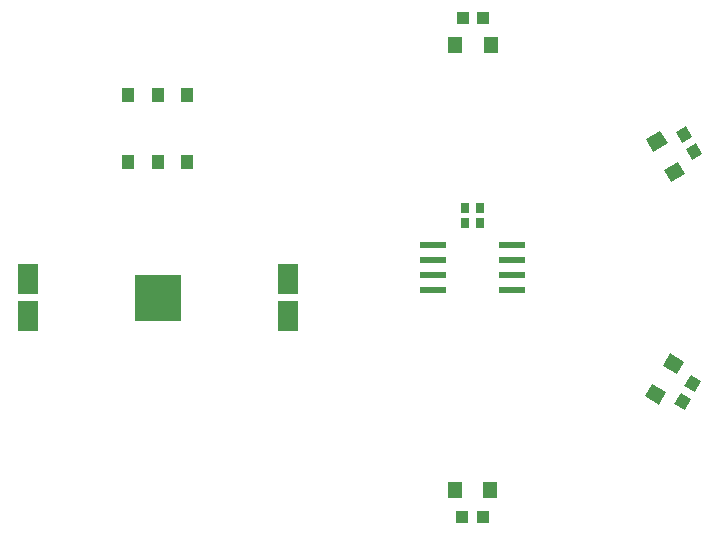
<source format=gtp>
G75*
G70*
%OFA0B0*%
%FSLAX24Y24*%
%IPPOS*%
%LPD*%
%AMOC8*
5,1,8,0,0,1.08239X$1,22.5*
%
%ADD10R,0.0870X0.0240*%
%ADD11R,0.0276X0.0354*%
%ADD12R,0.0394X0.0453*%
%ADD13R,0.0700X0.1000*%
%ADD14R,0.1575X0.1575*%
%ADD15R,0.0433X0.0394*%
%ADD16R,0.0472X0.0551*%
D10*
X016070Y014800D03*
X016070Y015300D03*
X016070Y015800D03*
X016070Y016300D03*
X018720Y016300D03*
X018720Y015800D03*
X018720Y015300D03*
X018720Y014800D03*
D11*
X017656Y017050D03*
X017144Y017050D03*
X017144Y017550D03*
X017656Y017550D03*
D12*
X007884Y019088D03*
X006900Y019088D03*
X005916Y019088D03*
X005916Y021312D03*
X006900Y021312D03*
X007884Y021312D03*
D13*
X011231Y015160D03*
X011231Y013940D03*
X002569Y013940D03*
X002569Y015160D03*
D14*
X006900Y014550D03*
D15*
X017057Y007230D03*
X017727Y007230D03*
G36*
X024677Y011188D02*
X024461Y010815D01*
X024121Y011012D01*
X024337Y011385D01*
X024677Y011188D01*
G37*
G36*
X025012Y011768D02*
X024796Y011395D01*
X024456Y011592D01*
X024672Y011965D01*
X025012Y011768D01*
G37*
G36*
X024842Y019698D02*
X025058Y019325D01*
X024718Y019128D01*
X024502Y019501D01*
X024842Y019698D01*
G37*
G36*
X024508Y020278D02*
X024724Y019905D01*
X024384Y019708D01*
X024168Y020081D01*
X024508Y020278D01*
G37*
X017743Y023870D03*
X017073Y023870D03*
D16*
X016802Y008130D03*
X017983Y008130D03*
G36*
X023136Y011263D02*
X023372Y011670D01*
X023848Y011395D01*
X023612Y010988D01*
X023136Y011263D01*
G37*
G36*
X023726Y012285D02*
X023962Y012692D01*
X024438Y012417D01*
X024202Y012010D01*
X023726Y012285D01*
G37*
G36*
X024009Y018401D02*
X023773Y018808D01*
X024249Y019083D01*
X024485Y018676D01*
X024009Y018401D01*
G37*
G36*
X023418Y019423D02*
X023182Y019830D01*
X023658Y020105D01*
X023894Y019698D01*
X023418Y019423D01*
G37*
X017998Y022970D03*
X016817Y022970D03*
M02*

</source>
